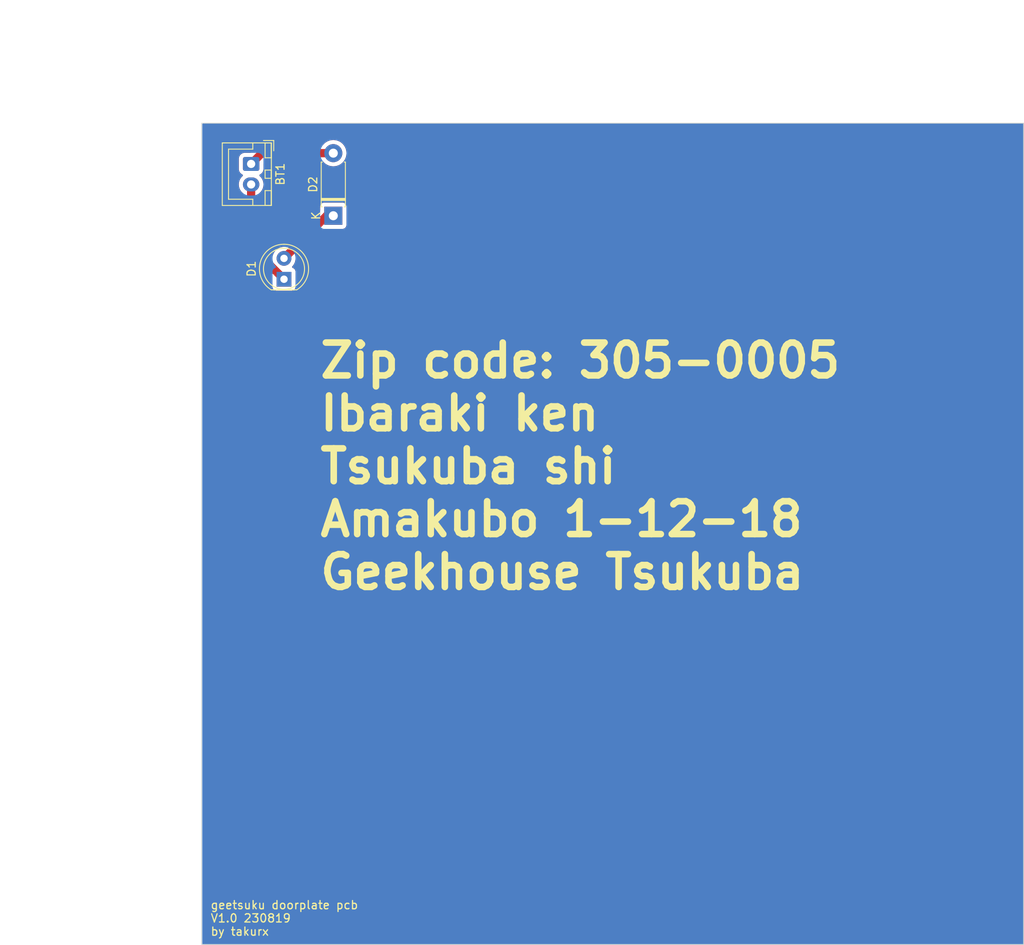
<source format=kicad_pcb>
(kicad_pcb (version 20221018) (generator pcbnew)
  (layers (0 "F.Cu" signal) (31 "B.Cu" signal) (34 "B.Paste" user) (35 "F.Paste" user) (36 "B.SilkS" user "B.Silkscreen") (37 "F.SilkS" user "F.Silkscreen") (38 "B.Mask" user) (39 "F.Mask" user) (44 "Edge.Cuts" user))
  (net 0 "")
  (net 1 "Net-(D1-A)")
  (net 2 "+BATT")
  (net 3 "-BATT")
  (footprint "LED_THT:LED_D5.0mm" (layer "F.Cu") (at 102 76 90)
    (fp_text reference "D1" (at 1.27 -3.96 90) (layer "F.SilkS"))
    (fp_text value "LED")
    (fp_line (start -1.29 -1.545) (end -1.29 1.545) (stroke (width 0.12)) (layer "F.SilkS"))
    (fp_arc (start -1.29 -1.54483) (mid 2.072002 -2.880433) (end 4.26 0.000462) (stroke (width 0.12)) (layer "F.SilkS"))
    (fp_arc (start 4.26 -0.000462) (mid 2.072002 2.880433) (end -1.29 1.54483) (stroke (width 0.12)) (layer "F.SilkS"))
    (fp_circle (center 1.27 0) (end 3.77 0) (stroke (width 0.12)) (fill none) (layer "F.SilkS"))
    (pad "1" thru_hole rect (at 0 0 90) (size 1.8 1.8) (drill 0.9) (layers "*.Cu" "*.Mask") (net 3 "-BATT"))
    (pad "2" thru_hole circle (at 2.54 0 90) (size 1.8 1.8) (drill 0.9) (layers "*.Cu" "*.Mask") (net 1 "Net-(D1-A)"))
  )
  (footprint "Diode_THT:D_DO-41_SOD81_P7.62mm_Horizontal" (layer "F.Cu") (at 108 68.27 90)
    (fp_text reference "D2" (at 3.81 -2.47 90) (layer "F.SilkS"))
    (fp_text value "D")
    (fp_text user "K" (at 0 -2.1 90) (layer "F.SilkS"))
    (fp_line (start 1.09 -1.47) (end 6.53 -1.47) (stroke (width 0.12)) (layer "F.SilkS"))
    (fp_line (start 1.09 -1.34) (end 1.09 -1.47) (stroke (width 0.12)) (layer "F.SilkS"))
    (fp_line (start 1.09 1.34) (end 1.09 1.47) (stroke (width 0.12)) (layer "F.SilkS"))
    (fp_line (start 1.09 1.47) (end 6.53 1.47) (stroke (width 0.12)) (layer "F.SilkS"))
    (fp_line (start 1.87 -1.47) (end 1.87 1.47) (stroke (width 0.12)) (layer "F.SilkS"))
    (fp_line (start 1.99 -1.47) (end 1.99 1.47) (stroke (width 0.12)) (layer "F.SilkS"))
    (fp_line (start 2.11 -1.47) (end 2.11 1.47) (stroke (width 0.12)) (layer "F.SilkS"))
    (fp_line (start 6.53 -1.47) (end 6.53 -1.34) (stroke (width 0.12)) (layer "F.SilkS"))
    (fp_line (start 6.53 1.47) (end 6.53 1.34) (stroke (width 0.12)) (layer "F.SilkS"))
    (pad "1" thru_hole rect (at 0 0 90) (size 2.2 2.2) (drill 1.1) (layers "*.Cu" "*.Mask") (net 1 "Net-(D1-A)"))
    (pad "2" thru_hole oval (at 7.62 0 90) (size 2.2 2.2) (drill 1.1) (layers "*.Cu" "*.Mask") (net 2 "+BATT"))
  )
  (footprint "Connector_JST:JST_XH_B2B-XH-A_1x02_P2.50mm_Vertical" (layer "F.Cu") (at 98 61.96 -90)
    (fp_text reference "BT1" (at 1.25 -3.55 90) (layer "F.SilkS"))
    (fp_text value "Battery, JST XH B2B")
    (fp_line (start -2.85 -2.75) (end -2.85 -1.5) (stroke (width 0.12)) (layer "F.SilkS"))
    (fp_line (start -2.56 -2.46) (end -2.56 3.51) (stroke (width 0.12)) (layer "F.SilkS"))
    (fp_line (start -2.56 3.51) (end 5.06 3.51) (stroke (width 0.12)) (layer "F.SilkS"))
    (fp_line (start -2.55 -2.45) (end -2.55 -1.7) (stroke (width 0.12)) (layer "F.SilkS"))
    (fp_line (start -2.55 -1.7) (end -0.75 -1.7) (stroke (width 0.12)) (layer "F.SilkS"))
    (fp_line (start -2.55 -0.2) (end -1.8 -0.2) (stroke (width 0.12)) (layer "F.SilkS"))
    (fp_line (start -1.8 -0.2) (end -1.8 2.75) (stroke (width 0.12)) (layer "F.SilkS"))
    (fp_line (start -1.8 2.75) (end 1.25 2.75) (stroke (width 0.12)) (layer "F.SilkS"))
    (fp_line (start -1.6 -2.75) (end -2.85 -2.75) (stroke (width 0.12)) (layer "F.SilkS"))
    (fp_line (start -0.75 -2.45) (end -2.55 -2.45) (stroke (width 0.12)) (layer "F.SilkS"))
    (fp_line (start -0.75 -1.7) (end -0.75 -2.45) (stroke (width 0.12)) (layer "F.SilkS"))
    (fp_line (start 0.75 -2.45) (end 0.75 -1.7) (stroke (width 0.12)) (layer "F.SilkS"))
    (fp_line (start 0.75 -1.7) (end 1.75 -1.7) (stroke (width 0.12)) (layer "F.SilkS"))
    (fp_line (start 1.75 -2.45) (end 0.75 -2.45) (stroke (width 0.12)) (layer "F.SilkS"))
    (fp_line (start 1.75 -1.7) (end 1.75 -2.45) (stroke (width 0.12)) (layer "F.SilkS"))
    (fp_line (start 3.25 -2.45) (end 3.25 -1.7) (stroke (width 0.12)) (layer "F.SilkS"))
    (fp_line (start 3.25 -1.7) (end 5.05 -1.7) (stroke (width 0.12)) (layer "F.SilkS"))
    (fp_line (start 4.3 -0.2) (end 4.3 2.75) (stroke (width 0.12)) (layer "F.SilkS"))
    (fp_line (start 4.3 2.75) (end 1.25 2.75) (stroke (width 0.12)) (layer "F.SilkS"))
    (fp_line (start 5.05 -2.45) (end 3.25 -2.45) (stroke (width 0.12)) (layer "F.SilkS"))
    (fp_line (start 5.05 -1.7) (end 5.05 -2.45) (stroke (width 0.12)) (layer "F.SilkS"))
    (fp_line (start 5.05 -0.2) (end 4.3 -0.2) (stroke (width 0.12)) (layer "F.SilkS"))
    (fp_line (start 5.06 -2.46) (end -2.56 -2.46) (stroke (width 0.12)) (layer "F.SilkS"))
    (fp_line (start 5.06 3.51) (end 5.06 -2.46) (stroke (width 0.12)) (layer "F.SilkS"))
    (pad "1" thru_hole roundrect (at 0 0 270) (size 1.7 2) (drill 1) (layers "*.Cu" "*.Mask") (roundrect_rratio 0.147059) (net 2 "+BATT"))
    (pad "2" thru_hole oval (at 2.5 0 270) (size 1.7 2) (drill 1) (layers "*.Cu" "*.Mask") (net 3 "-BATT"))
  )
  (gr_rect (start 92 57) (end 192 157) (stroke (width 0.1)) (fill none) (layer "Edge.Cuts"))
  (gr_text "geetsuku doorplate pcb\nV1.0 230819\nby takurx" (at 93 156) (layer "F.SilkS") (effects (font (size 1 1)) (justify left bottom)))
  (gr_text "Zip code: 305-0005\nIbaraki ken\nTsukuba shi\nAmakubo 1-12-18\nGeekhouse Tsukuba" (at 106 114) (layer "F.SilkS") (effects (font (size 4 4) (thickness 0.8) bold) (justify left bottom)))
  (segment (start 107.19 68.27) (end 102 73.46) (width 1) (layer "F.Cu") (net 1))
  (segment (start 108 68.27) (end 107.19 68.27) (width 1) (layer "F.Cu") (net 1))
  (segment (start 99.31 60.65) (end 108 60.65) (width 1) (layer "F.Cu") (net 2))
  (segment (start 98 61.96) (end 99.31 60.65) (width 1) (layer "F.Cu") (net 2))
  (segment (start 102 76) (end 98 72) (width 1) (layer "F.Cu") (net 3))
  (segment (start 98 72) (end 98 64.46) (width 1) (layer "F.Cu") (net 3))
  (zone (net 0) (net_name "") (layers "F&B.Cu") (connect_pads (clearance 0.5)) (min_thickness 0.25) (fill yes (thermal_gap 0.5) (thermal_bridge_width 0.5) (island_removal_mode 1) (island_area_min 10))
    (polygon (pts (xy 92 57) (xy 192 57) (xy 192 157) (xy 92 157)))
  )
)
</source>
